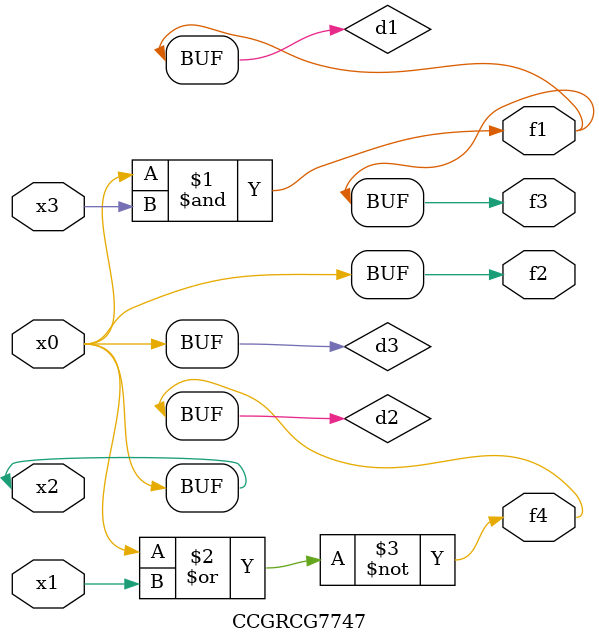
<source format=v>
module CCGRCG7747(
	input x0, x1, x2, x3,
	output f1, f2, f3, f4
);

	wire d1, d2, d3;

	and (d1, x2, x3);
	nor (d2, x0, x1);
	buf (d3, x0, x2);
	assign f1 = d1;
	assign f2 = d3;
	assign f3 = d1;
	assign f4 = d2;
endmodule

</source>
